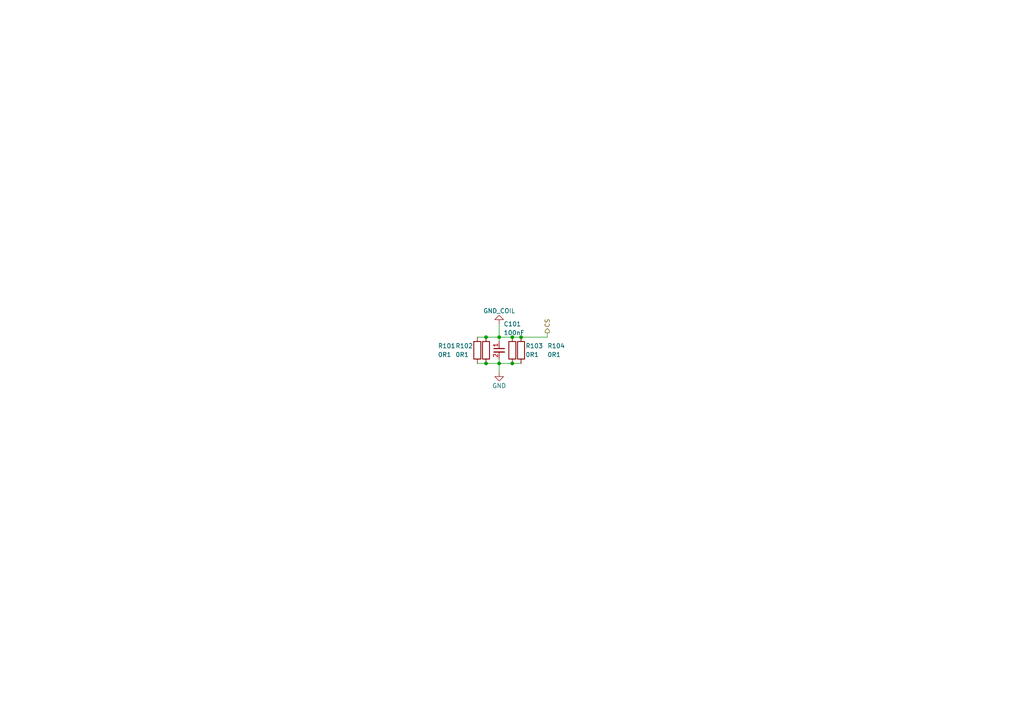
<source format=kicad_sch>
(kicad_sch (version 20231120) (generator "eeschema") (generator_version "8.0")
  (paper "A4")
  (lib_symbols
    (symbol "capacitor_miscellaneous:C_0402_100nF"
      (property "Reference" "C" (at 1.27 2.54 0))
      (property "Value" "100nF" (at 3.81 -2.54 0))
      (symbol "C_0402_100nF_0_1"
        (polyline (pts (xy -1.524 -0.508) (xy 1.524 -0.508)) (stroke (width 0.3302)))
        (polyline (pts (xy -1.524 0.508) (xy 1.524 0.508)) (stroke (width 0.3048)))
      )
      (symbol "C_0402_100nF_1_1"
        (pin passive line (at 0 2.54 270) (length 2.032) (name "~") (number "1"))
        (pin passive line (at 0 -2.54 90) (length 2.032) (name "~") (number "2"))
      )
    )
    (symbol "power:GND" (power) (pin_names (offset 0))
      (property "Value" "GND" (at 0 -3.81 0))
      (symbol "GND_0_1"
        (polyline (pts (xy 0 0) (xy 0 -1.27) (xy 1.27 -1.27) (xy 0 -2.54) (xy -1.27 -1.27) (xy 0 -1.27)))
      )
      (symbol "GND_1_1"
        (pin power_in line (at 0 0 270) (length 0) hide (name "GND") (number "1"))
      )
    )
    (symbol "resistors_1206:R_0R1_1206" (pin_numbers hide) (pin_names (offset 0))
      (property "Reference" "R?" (at 1.778 1.2121 0))
      (property "Value" "0R1" (at 1.778 -1.2121 0))
      (symbol "R_0R1_1206_0_1"
        (rectangle (start -1.016 -2.54) (end 1.016 2.54) (stroke (width 0.254)))
      )
      (symbol "R_0R1_1206_1_1"
        (pin passive line (at 0 3.81 270) (length 1.27) (name "~") (number "1"))
        (pin passive line (at 0 -3.81 90) (length 1.27) (name "~") (number "2"))
      )
    )
  )
  (junction (at 148.59 97.79))
  (junction (at 148.59 105.41))
  (junction (at 140.97 97.79))
  (junction (at 151.13 97.79))
  (junction (at 140.97 105.41))
  (junction (at 144.78 97.79))
  (junction (at 144.78 105.41))
  (wire (pts (xy 148.59 105.41) (xy 151.13 105.41)))
  (wire (pts (xy 144.78 93.98) (xy 144.78 97.79)))
  (wire (pts (xy 140.97 97.79) (xy 138.43 97.79)))
  (wire (pts (xy 138.43 105.41) (xy 140.97 105.41)))
  (wire (pts (xy 148.59 97.79) (xy 151.13 97.79)))
  (wire (pts (xy 144.78 97.79) (xy 148.59 97.79)))
  (wire (pts (xy 140.97 105.41) (xy 144.78 105.41)))
  (wire (pts (xy 144.78 105.41) (xy 148.59 105.41)))
  (wire (pts (xy 144.78 104.14) (xy 144.78 105.41)))
  (wire (pts (xy 158.75 96.52) (xy 158.75 97.79)))
  (wire (pts (xy 140.97 97.79) (xy 144.78 97.79)))
  (wire (pts (xy 144.78 107.95) (xy 144.78 105.41)))
  (wire (pts (xy 144.78 97.79) (xy 144.78 99.06)))
  (wire (pts (xy 158.75 97.79) (xy 151.13 97.79)))
  (hierarchical_label "CS" (shape output) (at 158.75 96.52 90))
  (symbol (lib_id "resistors_1206:R_0R1_1206") (at 140.97 101.6 0) (unit 1)
    (property "Reference" "R102" (at 132.08 100.33 0) (effects (justify left)))
    (property "Value" "0R1" (at 132.08 102.87 0) (effects (justify left)))
    (property "Footprint" "Resistor_SMD:R_1206_3216Metric" (effects (hide yes)))
    (property "Description" "Resistor" (effects (hide yes)))
    (property "JLCPCB Part#" "C25334" (effects (hide yes)))
  )
  (symbol (lib_id "resistors_1206:R_0R1_1206") (at 151.13 101.6 0) (unit 1)
    (property "Reference" "R104" (at 158.75 100.33 0) (effects (justify left)))
    (property "Value" "0R1" (at 158.75 102.87 0) (effects (justify left)))
    (property "Footprint" "Resistor_SMD:R_1206_3216Metric" (effects (hide yes)))
    (property "Description" "Resistor" (effects (hide yes)))
    (property "JLCPCB Part#" "C25334" (effects (hide yes)))
  )
  (symbol (lib_id "power:GND") (at 144.78 93.98 180) (unit 1)
    (property "Reference" "#PWR0901" (effects (hide yes)))
    (property "Value" "GND_COIL" (at 144.78 90.17 0))
  )
  (symbol (lib_id "resistors_1206:R_0R1_1206") (at 148.59 101.6 0) (unit 1)
    (property "Reference" "R103" (at 152.4 100.33 0) (effects (justify left)))
    (property "Value" "0R1" (at 152.4 102.87 0) (effects (justify left)))
    (property "Footprint" "Resistor_SMD:R_1206_3216Metric" (effects (hide yes)))
    (property "Description" "Resistor" (effects (hide yes)))
    (property "JLCPCB Part#" "C25334" (effects (hide yes)))
  )
  (symbol (lib_id "capacitor_miscellaneous:C_0402_100nF") (at 144.78 101.6 0) (unit 1)
    (property "Reference" "C101" (at 146.05 93.98 0) (effects (justify left)))
    (property "Value" "100nF" (at 146.05 96.52 0) (effects (justify left)))
    (property "Footprint" "Capacitor_SMD:C_0402_1005Metric" (effects (hide yes)))
    (property "JLCPCB Part#" "C307331" (effects (hide yes)))
  )
  (symbol (lib_id "power:GND") (at 144.78 107.95 0) (unit 1)
    (property "Reference" "#PWR0902" (effects (hide yes)))
    (property "Value" "GND" (at 144.78 111.895 0))
  )
  (symbol (lib_id "resistors_1206:R_0R1_1206") (at 138.43 101.6 0) (unit 1)
    (property "Reference" "R101" (at 127 100.33 0) (effects (justify left)))
    (property "Value" "0R1" (at 127 102.87 0) (effects (justify left)))
    (property "Footprint" "Resistor_SMD:R_1206_3216Metric" (effects (hide yes)))
    (property "Description" "Resistor" (effects (hide yes)))
    (property "JLCPCB Part#" "C25334" (effects (hide yes)))
  )
)
</source>
